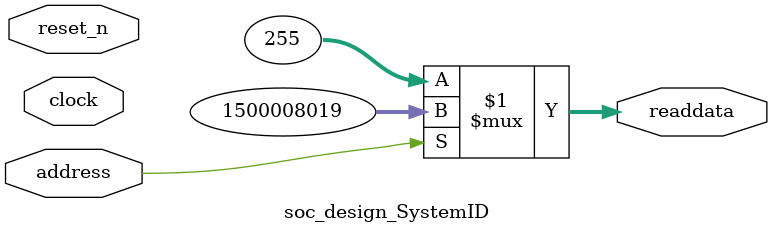
<source format=v>



// synthesis translate_off
`timescale 1ns / 1ps
// synthesis translate_on

// turn off superfluous verilog processor warnings 
// altera message_level Level1 
// altera message_off 10034 10035 10036 10037 10230 10240 10030 

module soc_design_SystemID (
               // inputs:
                address,
                clock,
                reset_n,

               // outputs:
                readdata
             )
;

  output  [ 31: 0] readdata;
  input            address;
  input            clock;
  input            reset_n;

  wire    [ 31: 0] readdata;
  //control_slave, which is an e_avalon_slave
  assign readdata = address ? 1500008019 : 255;

endmodule



</source>
